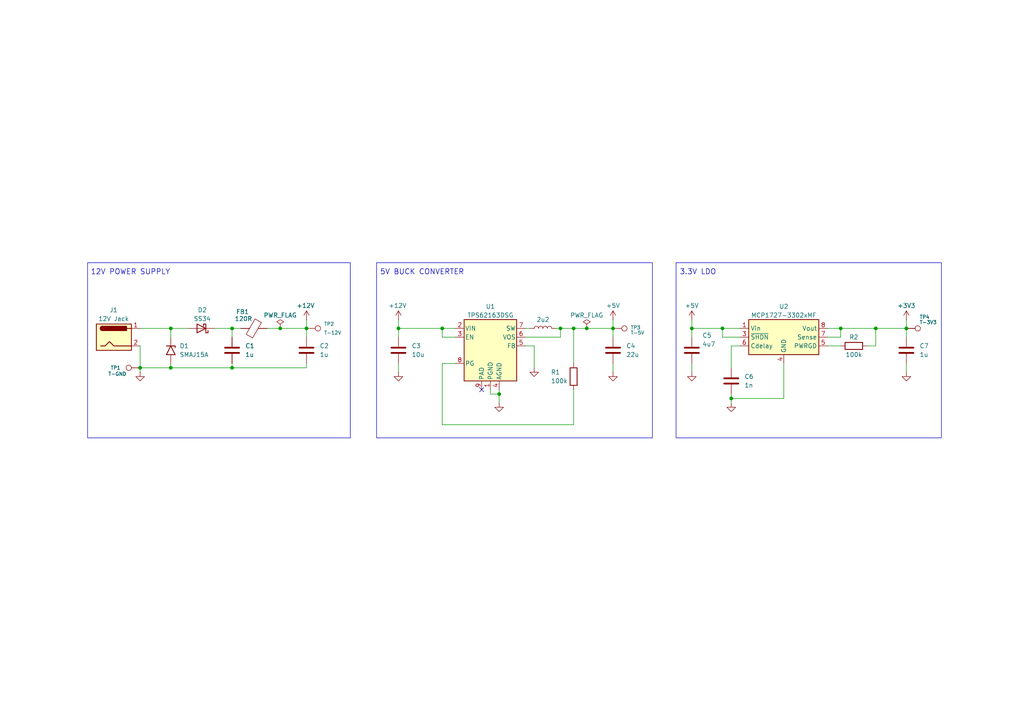
<source format=kicad_sch>
(kicad_sch (version 20250114) (generator "eeschema") (generator_version "9.0")
  (paper "A4")
  (lib_symbols
    (symbol "Connector:Barrel_Jack" (pin_names (offset 1.016))
      (property "Reference" "J" (at 0 5.334 0))
      (property "Value" "Barrel_Jack" (at 0 -5.08 0))
      (symbol "Barrel_Jack_0_1"
        (rectangle (start -5.08 3.81) (end 5.08 -3.81) (stroke (width 0.254)) (fill (type background)))
        (polyline (pts (xy -3.81 -2.54) (xy -2.54 -2.54) (xy -1.27 -1.27) (xy 0 -2.54) (xy 2.54 -2.54) (xy 5.08 -2.54)) (stroke (width 0.254)))
        (arc (start -3.302 1.905) (mid -3.9343 2.54) (end -3.302 3.175) (stroke (width 0.254)))
        (arc (start -3.302 1.905) (mid -3.9343 2.54) (end -3.302 3.175) (stroke (width 0.254)) (fill (type outline)))
        (rectangle (start 3.683 3.175) (end -3.302 1.905) (stroke (width 0.254)) (fill (type outline)))
        (polyline (pts (xy 5.08 2.54) (xy 3.81 2.54)) (stroke (width 0.254)))
      )
      (symbol "Barrel_Jack_1_1"
        (pin passive line (at 7.62 2.54 180) (length 2.54) (name "~") (number "1"))
        (pin passive line (at 7.62 -2.54 180) (length 2.54) (name "~") (number "2"))
      )
    )
    (symbol "Connector:TestPoint" (pin_numbers (hide yes)) (pin_names (offset 0.762) (hide yes))
      (property "Reference" "TP" (at 0 6.858 0))
      (property "Value" "TestPoint" (at 0 5.08 0))
      (symbol "TestPoint_0_1"
        (circle (center 0 3.302) (radius 0.762))
      )
      (symbol "TestPoint_1_1"
        (pin passive line (at 0 0 90) (length 2.54) (name "1") (number "1"))
      )
    )
    (symbol "Device:C" (pin_numbers (hide yes)) (pin_names (offset 0.254))
      (property "Reference" "C" (at 0.635 2.54 0))
      (property "Value" "C" (at 0.635 -2.54 0))
      (symbol "C_0_1"
        (polyline (pts (xy -2.032 0.762) (xy 2.032 0.762)) (stroke (width 0.508)))
        (polyline (pts (xy -2.032 -0.762) (xy 2.032 -0.762)) (stroke (width 0.508)))
      )
      (symbol "C_1_1"
        (pin passive line (at 0 3.81 270) (length 2.794) (name "~") (number "1"))
        (pin passive line (at 0 -3.81 90) (length 2.794) (name "~") (number "2"))
      )
    )
    (symbol "Device:FerriteBead" (pin_numbers (hide yes)) (pin_names (offset 0))
      (property "Reference" "FB" (at -3.81 0.635 90))
      (property "Value" "FerriteBead" (at 3.81 0 90))
      (symbol "FerriteBead_0_1"
        (polyline (pts (xy -2.7686 0.4064) (xy -1.7018 2.2606) (xy 2.7686 -0.3048) (xy 1.6764 -2.159) (xy -2.7686 0.4064)))
        (polyline (pts (xy 0 1.27) (xy 0 1.2954)))
        (polyline (pts (xy 0 -1.27) (xy 0 -1.2192)))
      )
      (symbol "FerriteBead_1_1"
        (pin passive line (at 0 3.81 270) (length 2.54) (name "~") (number "1"))
        (pin passive line (at 0 -3.81 90) (length 2.54) (name "~") (number "2"))
      )
    )
    (symbol "Device:L" (pin_numbers (hide yes)) (pin_names (offset 1.016) (hide yes))
      (property "Reference" "L" (at -1.27 0 90))
      (property "Value" "L" (at 1.905 0 90))
      (symbol "L_0_1"
        (arc (start 0 2.54) (mid 0.6323 1.905) (end 0 1.27))
        (arc (start 0 1.27) (mid 0.6323 0.635) (end 0 0))
        (arc (start 0 0) (mid 0.6323 -0.635) (end 0 -1.27))
        (arc (start 0 -1.27) (mid 0.6323 -1.905) (end 0 -2.54))
      )
      (symbol "L_1_1"
        (pin passive line (at 0 3.81 270) (length 1.27) (name "1") (number "1"))
        (pin passive line (at 0 -3.81 90) (length 1.27) (name "2") (number "2"))
      )
    )
    (symbol "Device:R" (pin_numbers (hide yes)) (pin_names (offset 0))
      (property "Reference" "R" (at 2.032 0 90))
      (property "Value" "R" (at 0 0 90))
      (symbol "R_0_1"
        (rectangle (start -1.016 -2.54) (end 1.016 2.54) (stroke (width 0.254)))
      )
      (symbol "R_1_1"
        (pin passive line (at 0 3.81 270) (length 1.27) (name "~") (number "1"))
        (pin passive line (at 0 -3.81 90) (length 1.27) (name "~") (number "2"))
      )
    )
    (symbol "Diode:SMAJ15A" (pin_numbers (hide yes)) (pin_names (offset 1.016) (hide yes))
      (property "Reference" "D" (at 0 2.54 0))
      (property "Value" "SMAJ15A" (at 0 -2.54 0))
      (symbol "SMAJ15A_0_1"
        (polyline (pts (xy -0.762 1.27) (xy -1.27 1.27) (xy -1.27 -1.27)) (stroke (width 0.254)))
        (polyline (pts (xy 1.27 1.27) (xy 1.27 -1.27) (xy -1.27 0) (xy 1.27 1.27)) (stroke (width 0.254)))
      )
      (symbol "SMAJ15A_1_1"
        (pin passive line (at -3.81 0 0) (length 2.54) (name "A1") (number "1"))
        (pin passive line (at 3.81 0 180) (length 2.54) (name "A2") (number "2"))
      )
    )
    (symbol "Diode:SS34" (pin_numbers (hide yes)) (pin_names (offset 1.016) (hide yes))
      (property "Reference" "D" (at 0 2.54 0))
      (property "Value" "SS34" (at 0 -2.54 0))
      (symbol "SS34_0_1"
        (polyline (pts (xy -1.905 0.635) (xy -1.905 1.27) (xy -1.27 1.27) (xy -1.27 -1.27) (xy -0.635 -1.27) (xy -0.635 -0.635)) (stroke (width 0.254)))
        (polyline (pts (xy 1.27 1.27) (xy 1.27 -1.27) (xy -1.27 0) (xy 1.27 1.27)) (stroke (width 0.254)))
        (polyline (pts (xy 1.27 0) (xy -1.27 0)))
      )
      (symbol "SS34_1_1"
        (pin passive line (at -3.81 0 0) (length 2.54) (name "K") (number "1"))
        (pin passive line (at 3.81 0 180) (length 2.54) (name "A") (number "2"))
      )
    )
    (symbol "Regulator_Linear:MCP1727-3302xMF"
      (property "Reference" "U" (at -7.62 8.89 0))
      (property "Value" "MCP1727-3302xMF" (at 11.43 8.89 0))
      (symbol "MCP1727-3302xMF_0_0"
        (pin input line (at -12.7 -2.54 0) (length 2.54) (name "Cdelay") (number "6"))
        (pin power_out line (at 12.7 2.54 180) (length 2.54) (name "Vout") (number "8"))
        (pin input line (at 12.7 0 180) (length 2.54) (name "Sense") (number "7"))
        (pin open_collector line (at 12.7 -2.54 180) (length 2.54) (name "PWRGD") (number "5"))
      )
      (symbol "MCP1727-3302xMF_0_1"
        (rectangle (start -10.16 5.08) (end 10.16 -5.08) (stroke (width 0.254)) (fill (type background)))
      )
      (symbol "MCP1727-3302xMF_1_1"
        (pin power_in line (at -12.7 2.54 0) (length 2.54) (name "Vin") (number "1"))
        (pin passive line (at -12.7 2.54 0) (length 2.54) (hide yes) (name "Vin") (number "2"))
        (pin input line (at -12.7 0 0) (length 2.54) (name "~{SHDN}") (number "3"))
        (pin power_in line (at 0 -7.62 90) (length 2.54) (name "GND") (number "4"))
        (pin passive line (at 0 -7.62 90) (length 2.54) (hide yes) (name "GND") (number "9"))
      )
    )
    (symbol "Regulator_Switching:TPS62163DSG" (pin_names (offset 0.254))
      (property "Reference" "U" (at -7.62 11.43 0))
      (property "Value" "TPS62163DSG" (at -1.27 11.43 0))
      (symbol "TPS62163DSG_0_1"
        (rectangle (start -7.62 10.16) (end 7.62 -7.62) (stroke (width 0.254)) (fill (type background)))
      )
      (symbol "TPS62163DSG_1_1"
        (pin power_in line (at -10.16 7.62 0) (length 2.54) (name "VIN") (number "2"))
        (pin input line (at -10.16 5.08 0) (length 2.54) (name "EN") (number "3"))
        (pin open_collector line (at -10.16 -2.54 0) (length 2.54) (name "PG") (number "8"))
        (pin power_in line (at -2.54 -10.16 90) (length 2.54) (name "PAD") (number "9"))
        (pin power_in line (at 0 -10.16 90) (length 2.54) (name "PGND") (number "1"))
        (pin power_in line (at 2.54 -10.16 90) (length 2.54) (name "AGND") (number "4"))
        (pin output line (at 10.16 7.62 180) (length 2.54) (name "SW") (number "7"))
        (pin input line (at 10.16 5.08 180) (length 2.54) (name "VOS") (number "6"))
        (pin input line (at 10.16 2.54 180) (length 2.54) (name "FB") (number "5"))
      )
    )
    (symbol "power:+12V" (power) (pin_numbers (hide yes)) (pin_names (offset 0) (hide yes))
      (property "Value" "+12V" (at 0 3.556 0))
      (symbol "+12V_0_1"
        (polyline (pts (xy -0.762 1.27) (xy 0 2.54)))
        (polyline (pts (xy 0 2.54) (xy 0.762 1.27)))
        (polyline (pts (xy 0 0) (xy 0 2.54)))
      )
      (symbol "+12V_1_1"
        (pin power_in line (at 0 0 90) (length 0) (name "~") (number "1"))
      )
    )
    (symbol "power:+3.3V" (power) (pin_numbers (hide yes)) (pin_names (offset 0) (hide yes))
      (property "Value" "+3.3V" (at 0 3.556 0))
      (symbol "+3.3V_0_1"
        (polyline (pts (xy -0.762 1.27) (xy 0 2.54)))
        (polyline (pts (xy 0 2.54) (xy 0.762 1.27)))
        (polyline (pts (xy 0 0) (xy 0 2.54)))
      )
      (symbol "+3.3V_1_1"
        (pin power_in line (at 0 0 90) (length 0) (name "~") (number "1"))
      )
    )
    (symbol "power:+5V" (power) (pin_numbers (hide yes)) (pin_names (offset 0) (hide yes))
      (property "Value" "+5V" (at 0 3.556 0))
      (symbol "+5V_0_1"
        (polyline (pts (xy -0.762 1.27) (xy 0 2.54)))
        (polyline (pts (xy 0 2.54) (xy 0.762 1.27)))
        (polyline (pts (xy 0 0) (xy 0 2.54)))
      )
      (symbol "+5V_1_1"
        (pin power_in line (at 0 0 90) (length 0) (name "~") (number "1"))
      )
    )
    (symbol "power:GND" (power) (pin_numbers (hide yes)) (pin_names (offset 0) (hide yes))
      (property "Value" "GND" (at 0 -3.81 0))
      (symbol "GND_0_1"
        (polyline (pts (xy 0 0) (xy 0 -1.27) (xy 1.27 -1.27) (xy 0 -2.54) (xy -1.27 -1.27) (xy 0 -1.27)))
      )
      (symbol "GND_1_1"
        (pin power_in line (at 0 0 270) (length 0) (name "~") (number "1"))
      )
    )
    (symbol "power:PWR_FLAG" (power) (pin_numbers (hide yes)) (pin_names (offset 0) (hide yes))
      (property "Value" "PWR_FLAG" (at 0 3.81 0))
      (symbol "PWR_FLAG_0_0"
        (pin power_out line (at 0 0 90) (length 0) (name "~") (number "1"))
      )
      (symbol "PWR_FLAG_0_1"
        (polyline (pts (xy 0 0) (xy 0 1.27) (xy -1.016 1.905) (xy 0 2.54) (xy 1.016 1.905) (xy 0 1.27)))
      )
    )
  )
  (rectangle (start 109.22 76.2) (end 189.23 127))
  (rectangle (start 196.088 76.2) (end 273.05 127))
  (rectangle (start 25.4 76.2) (end 101.6 127))
  (text "5V BUCK CONVERTER" (at 122.428 78.994 0) (effects (font (size 1.524 1.524))))
  (text "12V POWER SUPPLY" (at 37.846 78.994 0) (effects (font (size 1.524 1.524))))
  (text "3.3V LDO" (at 202.438 78.994 0) (effects (font (size 1.524 1.524))))
  (junction (at 49.53 95.25))
  (junction (at 49.53 106.68))
  (junction (at 177.8 95.25))
  (junction (at 88.9 95.25))
  (junction (at 144.78 114.3))
  (junction (at 115.57 95.25))
  (junction (at 81.28 95.25))
  (junction (at 243.84 95.25))
  (junction (at 166.37 95.25))
  (junction (at 162.56 95.25))
  (junction (at 209.55 95.25))
  (junction (at 40.64 106.68))
  (junction (at 170.18 95.25))
  (junction (at 128.27 95.25))
  (junction (at 67.31 106.68))
  (junction (at 200.66 95.25))
  (junction (at 212.09 115.57))
  (junction (at 67.31 95.25))
  (junction (at 262.89 95.25))
  (junction (at 254 95.25))
  (no_connect (at 139.7 113.03))
  (wire (pts (xy 67.31 95.25) (xy 69.85 95.25)))
  (wire (pts (xy 161.29 95.25) (xy 162.56 95.25)))
  (wire (pts (xy 49.53 106.68) (xy 49.53 105.41)))
  (wire (pts (xy 262.89 92.71) (xy 262.89 95.25)))
  (wire (pts (xy 240.03 97.79) (xy 243.84 97.79)))
  (wire (pts (xy 209.55 95.25) (xy 214.63 95.25)))
  (wire (pts (xy 243.84 95.25) (xy 254 95.25)))
  (wire (pts (xy 166.37 95.25) (xy 170.18 95.25)))
  (wire (pts (xy 132.08 97.79) (xy 128.27 97.79)))
  (wire (pts (xy 200.66 92.71) (xy 200.66 95.25)))
  (wire (pts (xy 170.18 95.25) (xy 177.8 95.25)))
  (wire (pts (xy 200.66 97.79) (xy 200.66 95.25)))
  (wire (pts (xy 67.31 106.68) (xy 88.9 106.68)))
  (wire (pts (xy 212.09 115.57) (xy 212.09 116.84)))
  (wire (pts (xy 162.56 95.25) (xy 166.37 95.25)))
  (wire (pts (xy 62.23 95.25) (xy 67.31 95.25)))
  (wire (pts (xy 88.9 92.71) (xy 88.9 95.25)))
  (wire (pts (xy 177.8 92.71) (xy 177.8 95.25)))
  (wire (pts (xy 128.27 105.41) (xy 132.08 105.41)))
  (wire (pts (xy 200.66 105.41) (xy 200.66 107.95)))
  (wire (pts (xy 154.94 106.68) (xy 154.94 100.33)))
  (wire (pts (xy 214.63 97.79) (xy 209.55 97.79)))
  (wire (pts (xy 152.4 95.25) (xy 153.67 95.25)))
  (wire (pts (xy 88.9 97.79) (xy 88.9 95.25)))
  (wire (pts (xy 212.09 115.57) (xy 227.33 115.57)))
  (wire (pts (xy 49.53 95.25) (xy 49.53 97.79)))
  (wire (pts (xy 40.64 100.33) (xy 40.64 106.68)))
  (wire (pts (xy 177.8 95.25) (xy 177.8 97.79)))
  (wire (pts (xy 128.27 123.19) (xy 128.27 105.41)))
  (wire (pts (xy 40.64 95.25) (xy 49.53 95.25)))
  (wire (pts (xy 128.27 95.25) (xy 128.27 97.79)))
  (wire (pts (xy 144.78 113.03) (xy 144.78 114.3)))
  (wire (pts (xy 243.84 95.25) (xy 243.84 97.79)))
  (wire (pts (xy 254 95.25) (xy 262.89 95.25)))
  (wire (pts (xy 212.09 100.33) (xy 212.09 106.68)))
  (wire (pts (xy 142.24 114.3) (xy 144.78 114.3)))
  (wire (pts (xy 81.28 95.25) (xy 88.9 95.25)))
  (wire (pts (xy 115.57 95.25) (xy 128.27 95.25)))
  (wire (pts (xy 115.57 95.25) (xy 115.57 97.79)))
  (wire (pts (xy 214.63 100.33) (xy 212.09 100.33)))
  (wire (pts (xy 227.33 105.41) (xy 227.33 115.57)))
  (wire (pts (xy 142.24 113.03) (xy 142.24 114.3)))
  (wire (pts (xy 209.55 95.25) (xy 209.55 97.79)))
  (wire (pts (xy 67.31 105.41) (xy 67.31 106.68)))
  (wire (pts (xy 115.57 105.41) (xy 115.57 107.95)))
  (wire (pts (xy 240.03 100.33) (xy 243.84 100.33)))
  (wire (pts (xy 154.94 100.33) (xy 152.4 100.33)))
  (wire (pts (xy 166.37 123.19) (xy 128.27 123.19)))
  (wire (pts (xy 40.64 106.68) (xy 49.53 106.68)))
  (wire (pts (xy 212.09 114.3) (xy 212.09 115.57)))
  (wire (pts (xy 67.31 95.25) (xy 67.31 97.79)))
  (wire (pts (xy 200.66 95.25) (xy 209.55 95.25)))
  (wire (pts (xy 40.64 106.68) (xy 40.64 107.95)))
  (wire (pts (xy 240.03 95.25) (xy 243.84 95.25)))
  (wire (pts (xy 115.57 92.71) (xy 115.57 95.25)))
  (wire (pts (xy 88.9 105.41) (xy 88.9 106.68)))
  (wire (pts (xy 77.47 95.25) (xy 81.28 95.25)))
  (wire (pts (xy 152.4 97.79) (xy 162.56 97.79)))
  (wire (pts (xy 162.56 95.25) (xy 162.56 97.79)))
  (wire (pts (xy 166.37 95.25) (xy 166.37 105.41)))
  (wire (pts (xy 262.89 97.79) (xy 262.89 95.25)))
  (wire (pts (xy 132.08 95.25) (xy 128.27 95.25)))
  (wire (pts (xy 166.37 113.03) (xy 166.37 123.19)))
  (wire (pts (xy 49.53 95.25) (xy 54.61 95.25)))
  (wire (pts (xy 49.53 106.68) (xy 67.31 106.68)))
  (wire (pts (xy 262.89 105.41) (xy 262.89 107.95)))
  (wire (pts (xy 251.46 100.33) (xy 254 100.33)))
  (wire (pts (xy 177.8 105.41) (xy 177.8 107.95)))
  (wire (pts (xy 254 95.25) (xy 254 100.33)))
  (wire (pts (xy 144.78 114.3) (xy 144.78 116.84)))
  (symbol (lib_id "power:GND") (at 212.09 116.84 0) (unit 1)
    (property "Reference" "#PWR027" (effects (hide yes)))
    (property "Value" "GND" (effects (hide yes)))
    (property "Description" "Power symbol creates a global label with name \"GND\" , ground" (effects (hide yes)))
  )
  (symbol (lib_id "power:+12V") (at 115.57 92.71 0) (unit 1)
    (property "Reference" "#PWR010" (effects (hide yes)))
    (property "Value" "+12V" (at 115.316 88.646 0))
    (property "Description" "Power symbol creates a global label with name \"+12V\"" (effects (hide yes)))
  )
  (symbol (lib_id "Regulator_Switching:TPS62163DSG") (at 142.24 102.87 0) (unit 1)
    (property "Reference" "U1" (at 142.24 88.9 0))
    (property "Value" "TPS62163DSG" (at 142.24 91.44 0))
    (property "Footprint" "Package_SON:WSON-8-1EP_2x2mm_P0.5mm_EP0.9x1.6mm_ThermalVias" (effects (hide yes)))
    (property "Datasheet" "http://www.ti.com/lit/ds/symlink/tps62160.pdf" (effects (hide yes)))
    (property "Description" "1A Step-Down Converter with DCS-Control, fixed 5.0V output, 3-17V input voltage, WSON-8" (effects (hide yes)))
  )
  (symbol (lib_id "Connector:TestPoint") (at 88.9 95.25 270) (unit 1)
    (property "Reference" "TP2" (at 93.98 93.9799 90) (effects (font (size 1.016 1.016)) (justify left)))
    (property "Value" "T-12V" (at 93.98 96.5199 90) (effects (font (size 1.016 1.016)) (justify left)))
    (property "Footprint" "TestPoint:TestPoint_Pad_D2.0mm" (effects (hide yes)))
    (property "Description" "test point" (effects (hide yes)))
  )
  (symbol (lib_id "power:+5V") (at 177.8 92.71 0) (unit 1)
    (property "Reference" "#PWR022" (effects (hide yes)))
    (property "Value" "+5V" (at 177.8 88.646 0))
    (property "Description" "Power symbol creates a global label with name \"+5V\"" (effects (hide yes)))
  )
  (symbol (lib_id "Device:C") (at 88.9 101.6 0) (unit 1)
    (property "Reference" "C2" (at 92.71 100.3299 0) (effects (justify left)))
    (property "Value" "1u" (at 92.71 102.8699 0) (effects (justify left)))
    (property "Footprint" "Capacitor_SMD:C_0402_1005Metric" (effects (hide yes)))
    (property "Description" "Unpolarized capacitor" (effects (hide yes)))
  )
  (symbol (lib_id "Device:C") (at 115.57 101.6 0) (unit 1)
    (property "Reference" "C3" (at 119.38 100.3299 0) (effects (justify left)))
    (property "Value" "10u" (at 119.38 102.8699 0) (effects (justify left)))
    (property "Footprint" "Capacitor_SMD:C_0603_1608Metric" (effects (hide yes)))
    (property "Description" "Unpolarized capacitor" (effects (hide yes)))
  )
  (symbol (lib_id "power:PWR_FLAG") (at 81.28 95.25 0) (unit 1)
    (property "Reference" "#FLG01" (effects (hide yes)))
    (property "Value" "PWR_FLAG" (at 81.28 91.44 0))
    (property "Description" "Special symbol for telling ERC where power comes from" (effects (hide yes)))
  )
  (symbol (lib_id "power:GND") (at 115.57 107.95 0) (unit 1)
    (property "Reference" "#PWR011" (effects (hide yes)))
    (property "Value" "GND" (effects (hide yes)))
    (property "Description" "Power symbol creates a global label with name \"GND\" , ground" (effects (hide yes)))
  )
  (symbol (lib_id "power:GND") (at 40.64 107.95 0) (unit 1)
    (property "Reference" "#PWR05" (effects (hide yes)))
    (property "Value" "GND" (effects (hide yes)))
    (property "Description" "Power symbol creates a global label with name \"GND\" , ground" (effects (hide yes)))
  )
  (symbol (lib_id "power:+5V") (at 200.66 92.71 0) (unit 1)
    (property "Reference" "#PWR025" (effects (hide yes)))
    (property "Value" "+5V" (at 200.66 88.646 0))
    (property "Description" "Power symbol creates a global label with name \"+5V\"" (effects (hide yes)))
  )
  (symbol (lib_id "Diode:SS34") (at 58.42 95.25 180) (unit 1)
    (property "Reference" "D2" (at 58.674 89.916 0))
    (property "Value" "SS34" (at 58.674 92.456 0))
    (property "Footprint" "Diode_SMD:D_SMA" (effects (hide yes)))
    (property "Datasheet" "https://www.vishay.com/docs/88751/ss32.pdf" (effects (hide yes)))
    (property "Description" "40V 3A Schottky Diode, SMA" (effects (hide yes)))
  )
  (symbol (lib_id "power:GND") (at 200.66 107.95 0) (unit 1)
    (property "Reference" "#PWR026" (effects (hide yes)))
    (property "Value" "GND" (effects (hide yes)))
    (property "Description" "Power symbol creates a global label with name \"GND\" , ground" (effects (hide yes)))
  )
  (symbol (lib_id "Device:R") (at 247.65 100.33 90) (unit 1)
    (property "Reference" "R2" (at 247.65 97.79 90))
    (property "Value" "100k" (at 247.65 102.87 90))
    (property "Footprint" "Resistor_SMD:R_0402_1005Metric" (effects (hide yes)))
    (property "Description" "Resistor" (effects (hide yes)))
  )
  (symbol (lib_id "Device:C") (at 200.66 101.6 0) (unit 1)
    (property "Reference" "C5" (at 203.708 97.282 0) (effects (justify left)))
    (property "Value" "4u7" (at 203.708 99.822 0) (effects (justify left)))
    (property "Footprint" "Capacitor_SMD:C_0603_1608Metric" (effects (hide yes)))
    (property "Description" "Unpolarized capacitor" (effects (hide yes)))
  )
  (symbol (lib_id "Device:C") (at 212.09 110.49 0) (unit 1)
    (property "Reference" "C6" (at 215.9 109.2199 0) (effects (justify left)))
    (property "Value" "1n" (at 215.9 111.7599 0) (effects (justify left)))
    (property "Footprint" "Capacitor_SMD:C_0402_1005Metric" (effects (hide yes)))
    (property "Description" "Unpolarized capacitor" (effects (hide yes)))
  )
  (symbol (lib_id "Diode:SMAJ15A") (at 49.53 101.6 270) (unit 1)
    (property "Reference" "D1" (at 52.07 100.3299 90) (effects (justify left)))
    (property "Value" "SMAJ15A" (at 52.07 102.8699 90) (effects (justify left)))
    (property "Footprint" "Diode_SMD:D_SMA" (effects (hide yes)))
    (property "Datasheet" "https://www.littelfuse.com/media?resourcetype=datasheets&itemid=75e32973-b177-4ee3-a0ff-cedaf1abdb93&filename=smaj-datasheet" (effects (hide yes)))
    (property "Description" "400W unidirectional Transient Voltage Suppressor, 15.0Vr, SMA(DO-214AC)" (effects (hide yes)))
  )
  (symbol (lib_id "Connector:TestPoint") (at 262.89 95.25 270) (mirror x) (unit 1)
    (property "Reference" "TP4" (at 266.7 91.948 90) (effects (font (size 1.016 1.016)) (justify left)))
    (property "Value" "T-3V3" (at 266.7 93.472 90) (effects (font (size 1.016 1.016)) (justify left)))
    (property "Footprint" "TestPoint:TestPoint_Pad_D2.0mm" (effects (hide yes)))
    (property "Description" "test point" (effects (hide yes)))
  )
  (symbol (lib_id "Connector:TestPoint") (at 177.8 95.25 270) (mirror x) (unit 1)
    (property "Reference" "TP3" (at 182.88 94.996 90) (effects (font (size 1.016 1.016)) (justify left)))
    (property "Value" "T-5V" (at 182.88 96.5199 90) (effects (font (size 1.016 1.016)) (justify left)))
    (property "Footprint" "TestPoint:TestPoint_Pad_D2.0mm" (effects (hide yes)))
    (property "Description" "test point" (effects (hide yes)))
  )
  (symbol (lib_id "power:+12V") (at 88.9 92.71 0) (unit 1)
    (property "Reference" "#PWR07" (effects (hide yes)))
    (property "Value" "+12V" (at 88.646 88.646 0))
    (property "Description" "Power symbol creates a global label with name \"+12V\"" (effects (hide yes)))
  )
  (symbol (lib_id "Device:R") (at 166.37 109.22 0) (unit 1)
    (property "Reference" "R1" (at 159.766 107.95 0) (effects (justify left)))
    (property "Value" "100k" (at 159.766 110.49 0) (effects (justify left)))
    (property "Footprint" "Resistor_SMD:R_0402_1005Metric" (effects (hide yes)))
    (property "Description" "Resistor" (effects (hide yes)))
  )
  (symbol (lib_id "power:GND") (at 177.8 107.95 0) (unit 1)
    (property "Reference" "#PWR023" (effects (hide yes)))
    (property "Value" "GND" (effects (hide yes)))
    (property "Description" "Power symbol creates a global label with name \"GND\" , ground" (effects (hide yes)))
  )
  (symbol (lib_id "power:PWR_FLAG") (at 170.18 95.25 0) (unit 1)
    (property "Reference" "#FLG03" (effects (hide yes)))
    (property "Value" "PWR_FLAG" (at 170.18 91.44 0))
    (property "Description" "Special symbol for telling ERC where power comes from" (effects (hide yes)))
  )
  (symbol (lib_id "Regulator_Linear:MCP1727-3302xMF") (at 227.33 97.79 0) (unit 1)
    (property "Reference" "U2" (at 227.33 88.9 0))
    (property "Value" "MCP1727-3302xMF" (at 227.33 91.44 0))
    (property "Footprint" "Package_DFN_QFN:DFN-8-1EP_3x3mm_P0.65mm_EP1.55x2.4mm" (effects (hide yes)))
    (property "Datasheet" "https://ww1.microchip.com/downloads/aemtest/APID/ProductDocuments/DataSheets/MCP1727-1.5A-Low-Voltage-Low-Quiescent-Current-LDO-Regulator-20001999D.pdf" (effects (hide yes)))
    (property "Description" "1.5A, Low Voltage, Low Quiescent Current LDO Regulator, 2.3 - 6V Input, Fixed 3.3V Output, 330mV Dropout, DFN-8" (effects (hide yes)))
  )
  (symbol (lib_id "power:GND") (at 154.94 106.68 0) (unit 1)
    (property "Reference" "#PWR016" (effects (hide yes)))
    (property "Value" "GND" (effects (hide yes)))
    (property "Description" "Power symbol creates a global label with name \"GND\" , ground" (effects (hide yes)))
  )
  (symbol (lib_id "Device:C") (at 67.31 101.6 0) (unit 1)
    (property "Reference" "C1" (at 71.12 100.3299 0) (effects (justify left)))
    (property "Value" "1u" (at 71.12 102.8699 0) (effects (justify left)))
    (property "Footprint" "Capacitor_SMD:C_0402_1005Metric" (effects (hide yes)))
    (property "Description" "Unpolarized capacitor" (effects (hide yes)))
  )
  (symbol (lib_id "Device:C") (at 177.8 101.6 0) (unit 1)
    (property "Reference" "C4" (at 181.61 100.3299 0) (effects (justify left)))
    (property "Value" "22u" (at 181.61 102.8699 0) (effects (justify left)))
    (property "Footprint" "Capacitor_SMD:C_0805_2012Metric" (effects (hide yes)))
    (property "Description" "Unpolarized capacitor" (effects (hide yes)))
  )
  (symbol (lib_id "Device:C") (at 262.89 101.6 0) (unit 1)
    (property "Reference" "C7" (at 266.7 100.3299 0) (effects (justify left)))
    (property "Value" "1u" (at 266.7 102.8699 0) (effects (justify left)))
    (property "Footprint" "Capacitor_SMD:C_0402_1005Metric" (effects (hide yes)))
    (property "Description" "Unpolarized capacitor" (effects (hide yes)))
  )
  (symbol (lib_id "Connector:TestPoint") (at 40.64 106.68 90) (unit 1)
    (property "Reference" "TP1" (at 33.528 106.68 90) (effects (font (size 1.016 1.016))))
    (property "Value" "T-GND" (at 34.036 108.458 90) (effects (font (size 1.016 1.016))))
    (property "Footprint" "TestPoint:TestPoint_Pad_D2.0mm" (effects (hide yes)))
    (property "Description" "test point" (effects (hide yes)))
  )
  (symbol (lib_id "power:GND") (at 144.78 116.84 0) (unit 1)
    (property "Reference" "#PWR015" (effects (hide yes)))
    (property "Value" "GND" (effects (hide yes)))
    (property "Description" "Power symbol creates a global label with name \"GND\" , ground" (effects (hide yes)))
  )
  (symbol (lib_id "Connector:Barrel_Jack") (at 33.02 97.79 0) (unit 1)
    (property "Reference" "J1" (at 32.9565 89.916 0))
    (property "Value" "12V Jack" (at 32.9565 92.456 0))
    (property "Footprint" "Connector_BarrelJack:BarrelJack_SwitchcraftConxall_RAPC10U_Horizontal" (effects (hide yes)))
    (property "Description" "DC Barrel Jack" (effects (hide yes)))
  )
  (symbol (lib_id "power:GND") (at 262.89 107.95 0) (unit 1)
    (property "Reference" "#PWR034" (effects (hide yes)))
    (property "Value" "GND" (effects (hide yes)))
    (property "Description" "Power symbol creates a global label with name \"GND\" , ground" (effects (hide yes)))
  )
  (symbol (lib_id "power:+3.3V") (at 262.89 92.71 0) (unit 1)
    (property "Reference" "#PWR033" (effects (hide yes)))
    (property "Value" "+3V3" (at 262.89 88.646 0))
    (property "Description" "Power symbol creates a global label with name \"+3.3V\"" (effects (hide yes)))
  )
  (symbol (lib_id "Device:L") (at 157.48 95.25 90) (unit 1)
    (property "Reference" "L1" (effects (hide yes)))
    (property "Value" "2u2" (at 157.48 92.71 90))
    (property "Footprint" "Inductor_SMD:L_0402_1005Metric" (effects (hide yes)))
    (property "Description" "Inductor" (effects (hide yes)))
  )
  (symbol (lib_id "Device:FerriteBead") (at 73.66 95.25 90) (unit 1)
    (property "Reference" "FB1" (at 70.358 90.424 90))
    (property "Value" "120R" (at 70.612 92.456 90))
    (property "Footprint" "Inductor_SMD:L_0603_1608Metric" (effects (hide yes)))
    (property "Description" "Ferrite bead" (effects (hide yes)))
  )
)
</source>
